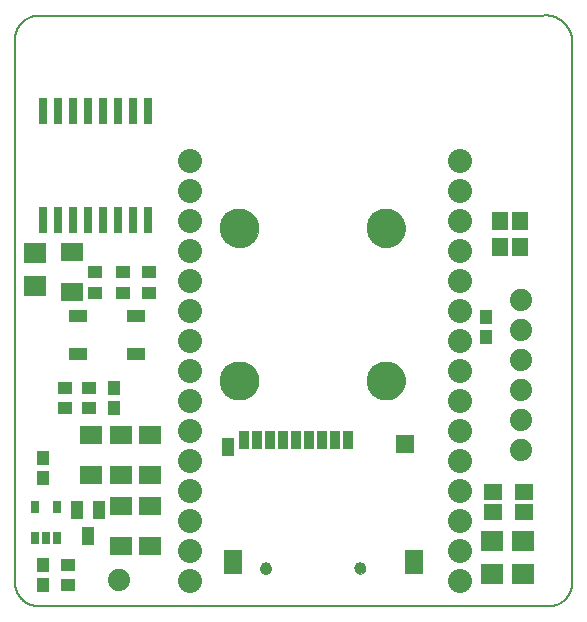
<source format=gts>
G75*
%MOIN*%
%OFA0B0*%
%FSLAX25Y25*%
%IPPOS*%
%LPD*%
%AMOC8*
5,1,8,0,0,1.08239X$1,22.5*
%
%ADD10C,0.00700*%
%ADD11C,0.00000*%
%ADD12C,0.12998*%
%ADD13R,0.06306X0.05518*%
%ADD14R,0.03400X0.06400*%
%ADD15R,0.04400X0.06400*%
%ADD16R,0.06400X0.08400*%
%ADD17R,0.06400X0.06400*%
%ADD18C,0.03900*%
%ADD19R,0.06306X0.04337*%
%ADD20R,0.05518X0.06306*%
%ADD21R,0.04731X0.04337*%
%ADD22C,0.08000*%
%ADD23R,0.07487X0.06699*%
%ADD24R,0.04337X0.04731*%
%ADD25R,0.03117X0.04298*%
%ADD26R,0.04337X0.05912*%
%ADD27R,0.07487X0.05912*%
%ADD28C,0.07400*%
%ADD29R,0.02762X0.09061*%
D10*
X0009830Y0018054D02*
X0179814Y0018054D01*
X0180004Y0018056D01*
X0180194Y0018063D01*
X0180384Y0018075D01*
X0180574Y0018091D01*
X0180763Y0018111D01*
X0180952Y0018137D01*
X0181140Y0018166D01*
X0181327Y0018201D01*
X0181513Y0018240D01*
X0181698Y0018283D01*
X0181883Y0018331D01*
X0182066Y0018383D01*
X0182247Y0018439D01*
X0182427Y0018500D01*
X0182606Y0018566D01*
X0182783Y0018635D01*
X0182959Y0018709D01*
X0183132Y0018787D01*
X0183304Y0018870D01*
X0183473Y0018956D01*
X0183641Y0019046D01*
X0183806Y0019141D01*
X0183969Y0019239D01*
X0184129Y0019342D01*
X0184287Y0019448D01*
X0184442Y0019558D01*
X0184595Y0019671D01*
X0184745Y0019789D01*
X0184891Y0019910D01*
X0185035Y0020034D01*
X0185176Y0020162D01*
X0185314Y0020293D01*
X0185449Y0020428D01*
X0185580Y0020566D01*
X0185708Y0020707D01*
X0185832Y0020851D01*
X0185953Y0020997D01*
X0186071Y0021147D01*
X0186184Y0021300D01*
X0186294Y0021455D01*
X0186400Y0021613D01*
X0186503Y0021773D01*
X0186601Y0021936D01*
X0186696Y0022101D01*
X0186786Y0022269D01*
X0186872Y0022438D01*
X0186955Y0022610D01*
X0187033Y0022783D01*
X0187107Y0022959D01*
X0187176Y0023136D01*
X0187242Y0023315D01*
X0187303Y0023495D01*
X0187359Y0023676D01*
X0187411Y0023859D01*
X0187459Y0024044D01*
X0187502Y0024229D01*
X0187541Y0024415D01*
X0187576Y0024602D01*
X0187605Y0024790D01*
X0187631Y0024979D01*
X0187651Y0025168D01*
X0187667Y0025358D01*
X0187679Y0025548D01*
X0187686Y0025738D01*
X0187688Y0025928D01*
X0187688Y0207030D01*
X0187662Y0207244D01*
X0187631Y0207457D01*
X0187594Y0207669D01*
X0187552Y0207881D01*
X0187505Y0208091D01*
X0187453Y0208300D01*
X0187396Y0208508D01*
X0187334Y0208714D01*
X0187267Y0208919D01*
X0187196Y0209122D01*
X0187119Y0209323D01*
X0187037Y0209522D01*
X0186951Y0209720D01*
X0186860Y0209915D01*
X0186764Y0210108D01*
X0186663Y0210298D01*
X0186558Y0210486D01*
X0186449Y0210672D01*
X0186335Y0210854D01*
X0186216Y0211034D01*
X0186094Y0211211D01*
X0185967Y0211385D01*
X0185836Y0211556D01*
X0185700Y0211724D01*
X0185561Y0211888D01*
X0185418Y0212049D01*
X0185271Y0212207D01*
X0185120Y0212360D01*
X0184966Y0212511D01*
X0184808Y0212657D01*
X0184646Y0212800D01*
X0184482Y0212938D01*
X0184313Y0213073D01*
X0184142Y0213203D01*
X0183968Y0213329D01*
X0183790Y0213451D01*
X0183610Y0213569D01*
X0183426Y0213682D01*
X0183241Y0213791D01*
X0183052Y0213896D01*
X0182861Y0213995D01*
X0182668Y0214090D01*
X0182472Y0214181D01*
X0182275Y0214266D01*
X0182075Y0214347D01*
X0181874Y0214423D01*
X0181670Y0214494D01*
X0181465Y0214560D01*
X0181259Y0214622D01*
X0181051Y0214678D01*
X0180842Y0214729D01*
X0180631Y0214775D01*
X0180420Y0214816D01*
X0180207Y0214852D01*
X0179994Y0214883D01*
X0179780Y0214908D01*
X0179566Y0214929D01*
X0179351Y0214944D01*
X0179136Y0214954D01*
X0178921Y0214959D01*
X0178705Y0214958D01*
X0178490Y0214953D01*
X0178275Y0214942D01*
X0178060Y0214926D01*
X0177846Y0214904D01*
X0177845Y0214904D02*
X0009830Y0214904D01*
X0009640Y0214902D01*
X0009450Y0214895D01*
X0009260Y0214883D01*
X0009070Y0214867D01*
X0008881Y0214847D01*
X0008692Y0214821D01*
X0008504Y0214792D01*
X0008317Y0214757D01*
X0008131Y0214718D01*
X0007946Y0214675D01*
X0007761Y0214627D01*
X0007578Y0214575D01*
X0007397Y0214519D01*
X0007217Y0214458D01*
X0007038Y0214392D01*
X0006861Y0214323D01*
X0006685Y0214249D01*
X0006512Y0214171D01*
X0006340Y0214088D01*
X0006171Y0214002D01*
X0006003Y0213912D01*
X0005838Y0213817D01*
X0005675Y0213719D01*
X0005515Y0213616D01*
X0005357Y0213510D01*
X0005202Y0213400D01*
X0005049Y0213287D01*
X0004899Y0213169D01*
X0004753Y0213048D01*
X0004609Y0212924D01*
X0004468Y0212796D01*
X0004330Y0212665D01*
X0004195Y0212530D01*
X0004064Y0212392D01*
X0003936Y0212251D01*
X0003812Y0212107D01*
X0003691Y0211961D01*
X0003573Y0211811D01*
X0003460Y0211658D01*
X0003350Y0211503D01*
X0003244Y0211345D01*
X0003141Y0211185D01*
X0003043Y0211022D01*
X0002948Y0210857D01*
X0002858Y0210689D01*
X0002772Y0210520D01*
X0002689Y0210348D01*
X0002611Y0210175D01*
X0002537Y0209999D01*
X0002468Y0209822D01*
X0002402Y0209643D01*
X0002341Y0209463D01*
X0002285Y0209282D01*
X0002233Y0209099D01*
X0002185Y0208914D01*
X0002142Y0208729D01*
X0002103Y0208543D01*
X0002068Y0208356D01*
X0002039Y0208168D01*
X0002013Y0207979D01*
X0001993Y0207790D01*
X0001977Y0207600D01*
X0001965Y0207410D01*
X0001958Y0207220D01*
X0001956Y0207030D01*
X0001956Y0025928D01*
X0001958Y0025738D01*
X0001965Y0025548D01*
X0001977Y0025358D01*
X0001993Y0025168D01*
X0002013Y0024979D01*
X0002039Y0024790D01*
X0002068Y0024602D01*
X0002103Y0024415D01*
X0002142Y0024229D01*
X0002185Y0024044D01*
X0002233Y0023859D01*
X0002285Y0023676D01*
X0002341Y0023495D01*
X0002402Y0023315D01*
X0002468Y0023136D01*
X0002537Y0022959D01*
X0002611Y0022783D01*
X0002689Y0022610D01*
X0002772Y0022438D01*
X0002858Y0022269D01*
X0002948Y0022101D01*
X0003043Y0021936D01*
X0003141Y0021773D01*
X0003244Y0021613D01*
X0003350Y0021455D01*
X0003460Y0021300D01*
X0003573Y0021147D01*
X0003691Y0020997D01*
X0003812Y0020851D01*
X0003936Y0020707D01*
X0004064Y0020566D01*
X0004195Y0020428D01*
X0004330Y0020293D01*
X0004468Y0020162D01*
X0004609Y0020034D01*
X0004753Y0019910D01*
X0004899Y0019789D01*
X0005049Y0019671D01*
X0005202Y0019558D01*
X0005357Y0019448D01*
X0005515Y0019342D01*
X0005675Y0019239D01*
X0005838Y0019141D01*
X0006003Y0019046D01*
X0006171Y0018956D01*
X0006340Y0018870D01*
X0006512Y0018787D01*
X0006685Y0018709D01*
X0006861Y0018635D01*
X0007038Y0018566D01*
X0007217Y0018500D01*
X0007397Y0018439D01*
X0007578Y0018383D01*
X0007761Y0018331D01*
X0007946Y0018283D01*
X0008131Y0018240D01*
X0008317Y0018201D01*
X0008504Y0018166D01*
X0008692Y0018137D01*
X0008881Y0018111D01*
X0009070Y0018091D01*
X0009260Y0018075D01*
X0009450Y0018063D01*
X0009640Y0018056D01*
X0009830Y0018054D01*
D11*
X0070460Y0093250D02*
X0070462Y0093408D01*
X0070468Y0093566D01*
X0070478Y0093724D01*
X0070492Y0093882D01*
X0070510Y0094039D01*
X0070531Y0094196D01*
X0070557Y0094352D01*
X0070587Y0094508D01*
X0070620Y0094663D01*
X0070658Y0094816D01*
X0070699Y0094969D01*
X0070744Y0095121D01*
X0070793Y0095272D01*
X0070846Y0095421D01*
X0070902Y0095569D01*
X0070962Y0095715D01*
X0071026Y0095860D01*
X0071094Y0096003D01*
X0071165Y0096145D01*
X0071239Y0096285D01*
X0071317Y0096422D01*
X0071399Y0096558D01*
X0071483Y0096692D01*
X0071572Y0096823D01*
X0071663Y0096952D01*
X0071758Y0097079D01*
X0071855Y0097204D01*
X0071956Y0097326D01*
X0072060Y0097445D01*
X0072167Y0097562D01*
X0072277Y0097676D01*
X0072390Y0097787D01*
X0072505Y0097896D01*
X0072623Y0098001D01*
X0072744Y0098103D01*
X0072867Y0098203D01*
X0072993Y0098299D01*
X0073121Y0098392D01*
X0073251Y0098482D01*
X0073384Y0098568D01*
X0073519Y0098652D01*
X0073655Y0098731D01*
X0073794Y0098808D01*
X0073935Y0098880D01*
X0074077Y0098950D01*
X0074221Y0099015D01*
X0074367Y0099077D01*
X0074514Y0099135D01*
X0074663Y0099190D01*
X0074813Y0099241D01*
X0074964Y0099288D01*
X0075116Y0099331D01*
X0075269Y0099370D01*
X0075424Y0099406D01*
X0075579Y0099437D01*
X0075735Y0099465D01*
X0075891Y0099489D01*
X0076048Y0099509D01*
X0076206Y0099525D01*
X0076363Y0099537D01*
X0076522Y0099545D01*
X0076680Y0099549D01*
X0076838Y0099549D01*
X0076996Y0099545D01*
X0077155Y0099537D01*
X0077312Y0099525D01*
X0077470Y0099509D01*
X0077627Y0099489D01*
X0077783Y0099465D01*
X0077939Y0099437D01*
X0078094Y0099406D01*
X0078249Y0099370D01*
X0078402Y0099331D01*
X0078554Y0099288D01*
X0078705Y0099241D01*
X0078855Y0099190D01*
X0079004Y0099135D01*
X0079151Y0099077D01*
X0079297Y0099015D01*
X0079441Y0098950D01*
X0079583Y0098880D01*
X0079724Y0098808D01*
X0079863Y0098731D01*
X0079999Y0098652D01*
X0080134Y0098568D01*
X0080267Y0098482D01*
X0080397Y0098392D01*
X0080525Y0098299D01*
X0080651Y0098203D01*
X0080774Y0098103D01*
X0080895Y0098001D01*
X0081013Y0097896D01*
X0081128Y0097787D01*
X0081241Y0097676D01*
X0081351Y0097562D01*
X0081458Y0097445D01*
X0081562Y0097326D01*
X0081663Y0097204D01*
X0081760Y0097079D01*
X0081855Y0096952D01*
X0081946Y0096823D01*
X0082035Y0096692D01*
X0082119Y0096558D01*
X0082201Y0096422D01*
X0082279Y0096285D01*
X0082353Y0096145D01*
X0082424Y0096003D01*
X0082492Y0095860D01*
X0082556Y0095715D01*
X0082616Y0095569D01*
X0082672Y0095421D01*
X0082725Y0095272D01*
X0082774Y0095121D01*
X0082819Y0094969D01*
X0082860Y0094816D01*
X0082898Y0094663D01*
X0082931Y0094508D01*
X0082961Y0094352D01*
X0082987Y0094196D01*
X0083008Y0094039D01*
X0083026Y0093882D01*
X0083040Y0093724D01*
X0083050Y0093566D01*
X0083056Y0093408D01*
X0083058Y0093250D01*
X0083056Y0093092D01*
X0083050Y0092934D01*
X0083040Y0092776D01*
X0083026Y0092618D01*
X0083008Y0092461D01*
X0082987Y0092304D01*
X0082961Y0092148D01*
X0082931Y0091992D01*
X0082898Y0091837D01*
X0082860Y0091684D01*
X0082819Y0091531D01*
X0082774Y0091379D01*
X0082725Y0091228D01*
X0082672Y0091079D01*
X0082616Y0090931D01*
X0082556Y0090785D01*
X0082492Y0090640D01*
X0082424Y0090497D01*
X0082353Y0090355D01*
X0082279Y0090215D01*
X0082201Y0090078D01*
X0082119Y0089942D01*
X0082035Y0089808D01*
X0081946Y0089677D01*
X0081855Y0089548D01*
X0081760Y0089421D01*
X0081663Y0089296D01*
X0081562Y0089174D01*
X0081458Y0089055D01*
X0081351Y0088938D01*
X0081241Y0088824D01*
X0081128Y0088713D01*
X0081013Y0088604D01*
X0080895Y0088499D01*
X0080774Y0088397D01*
X0080651Y0088297D01*
X0080525Y0088201D01*
X0080397Y0088108D01*
X0080267Y0088018D01*
X0080134Y0087932D01*
X0079999Y0087848D01*
X0079863Y0087769D01*
X0079724Y0087692D01*
X0079583Y0087620D01*
X0079441Y0087550D01*
X0079297Y0087485D01*
X0079151Y0087423D01*
X0079004Y0087365D01*
X0078855Y0087310D01*
X0078705Y0087259D01*
X0078554Y0087212D01*
X0078402Y0087169D01*
X0078249Y0087130D01*
X0078094Y0087094D01*
X0077939Y0087063D01*
X0077783Y0087035D01*
X0077627Y0087011D01*
X0077470Y0086991D01*
X0077312Y0086975D01*
X0077155Y0086963D01*
X0076996Y0086955D01*
X0076838Y0086951D01*
X0076680Y0086951D01*
X0076522Y0086955D01*
X0076363Y0086963D01*
X0076206Y0086975D01*
X0076048Y0086991D01*
X0075891Y0087011D01*
X0075735Y0087035D01*
X0075579Y0087063D01*
X0075424Y0087094D01*
X0075269Y0087130D01*
X0075116Y0087169D01*
X0074964Y0087212D01*
X0074813Y0087259D01*
X0074663Y0087310D01*
X0074514Y0087365D01*
X0074367Y0087423D01*
X0074221Y0087485D01*
X0074077Y0087550D01*
X0073935Y0087620D01*
X0073794Y0087692D01*
X0073655Y0087769D01*
X0073519Y0087848D01*
X0073384Y0087932D01*
X0073251Y0088018D01*
X0073121Y0088108D01*
X0072993Y0088201D01*
X0072867Y0088297D01*
X0072744Y0088397D01*
X0072623Y0088499D01*
X0072505Y0088604D01*
X0072390Y0088713D01*
X0072277Y0088824D01*
X0072167Y0088938D01*
X0072060Y0089055D01*
X0071956Y0089174D01*
X0071855Y0089296D01*
X0071758Y0089421D01*
X0071663Y0089548D01*
X0071572Y0089677D01*
X0071483Y0089808D01*
X0071399Y0089942D01*
X0071317Y0090078D01*
X0071239Y0090215D01*
X0071165Y0090355D01*
X0071094Y0090497D01*
X0071026Y0090640D01*
X0070962Y0090785D01*
X0070902Y0090931D01*
X0070846Y0091079D01*
X0070793Y0091228D01*
X0070744Y0091379D01*
X0070699Y0091531D01*
X0070658Y0091684D01*
X0070620Y0091837D01*
X0070587Y0091992D01*
X0070557Y0092148D01*
X0070531Y0092304D01*
X0070510Y0092461D01*
X0070492Y0092618D01*
X0070478Y0092776D01*
X0070468Y0092934D01*
X0070462Y0093092D01*
X0070460Y0093250D01*
X0070460Y0144038D02*
X0070462Y0144196D01*
X0070468Y0144354D01*
X0070478Y0144512D01*
X0070492Y0144670D01*
X0070510Y0144827D01*
X0070531Y0144984D01*
X0070557Y0145140D01*
X0070587Y0145296D01*
X0070620Y0145451D01*
X0070658Y0145604D01*
X0070699Y0145757D01*
X0070744Y0145909D01*
X0070793Y0146060D01*
X0070846Y0146209D01*
X0070902Y0146357D01*
X0070962Y0146503D01*
X0071026Y0146648D01*
X0071094Y0146791D01*
X0071165Y0146933D01*
X0071239Y0147073D01*
X0071317Y0147210D01*
X0071399Y0147346D01*
X0071483Y0147480D01*
X0071572Y0147611D01*
X0071663Y0147740D01*
X0071758Y0147867D01*
X0071855Y0147992D01*
X0071956Y0148114D01*
X0072060Y0148233D01*
X0072167Y0148350D01*
X0072277Y0148464D01*
X0072390Y0148575D01*
X0072505Y0148684D01*
X0072623Y0148789D01*
X0072744Y0148891D01*
X0072867Y0148991D01*
X0072993Y0149087D01*
X0073121Y0149180D01*
X0073251Y0149270D01*
X0073384Y0149356D01*
X0073519Y0149440D01*
X0073655Y0149519D01*
X0073794Y0149596D01*
X0073935Y0149668D01*
X0074077Y0149738D01*
X0074221Y0149803D01*
X0074367Y0149865D01*
X0074514Y0149923D01*
X0074663Y0149978D01*
X0074813Y0150029D01*
X0074964Y0150076D01*
X0075116Y0150119D01*
X0075269Y0150158D01*
X0075424Y0150194D01*
X0075579Y0150225D01*
X0075735Y0150253D01*
X0075891Y0150277D01*
X0076048Y0150297D01*
X0076206Y0150313D01*
X0076363Y0150325D01*
X0076522Y0150333D01*
X0076680Y0150337D01*
X0076838Y0150337D01*
X0076996Y0150333D01*
X0077155Y0150325D01*
X0077312Y0150313D01*
X0077470Y0150297D01*
X0077627Y0150277D01*
X0077783Y0150253D01*
X0077939Y0150225D01*
X0078094Y0150194D01*
X0078249Y0150158D01*
X0078402Y0150119D01*
X0078554Y0150076D01*
X0078705Y0150029D01*
X0078855Y0149978D01*
X0079004Y0149923D01*
X0079151Y0149865D01*
X0079297Y0149803D01*
X0079441Y0149738D01*
X0079583Y0149668D01*
X0079724Y0149596D01*
X0079863Y0149519D01*
X0079999Y0149440D01*
X0080134Y0149356D01*
X0080267Y0149270D01*
X0080397Y0149180D01*
X0080525Y0149087D01*
X0080651Y0148991D01*
X0080774Y0148891D01*
X0080895Y0148789D01*
X0081013Y0148684D01*
X0081128Y0148575D01*
X0081241Y0148464D01*
X0081351Y0148350D01*
X0081458Y0148233D01*
X0081562Y0148114D01*
X0081663Y0147992D01*
X0081760Y0147867D01*
X0081855Y0147740D01*
X0081946Y0147611D01*
X0082035Y0147480D01*
X0082119Y0147346D01*
X0082201Y0147210D01*
X0082279Y0147073D01*
X0082353Y0146933D01*
X0082424Y0146791D01*
X0082492Y0146648D01*
X0082556Y0146503D01*
X0082616Y0146357D01*
X0082672Y0146209D01*
X0082725Y0146060D01*
X0082774Y0145909D01*
X0082819Y0145757D01*
X0082860Y0145604D01*
X0082898Y0145451D01*
X0082931Y0145296D01*
X0082961Y0145140D01*
X0082987Y0144984D01*
X0083008Y0144827D01*
X0083026Y0144670D01*
X0083040Y0144512D01*
X0083050Y0144354D01*
X0083056Y0144196D01*
X0083058Y0144038D01*
X0083056Y0143880D01*
X0083050Y0143722D01*
X0083040Y0143564D01*
X0083026Y0143406D01*
X0083008Y0143249D01*
X0082987Y0143092D01*
X0082961Y0142936D01*
X0082931Y0142780D01*
X0082898Y0142625D01*
X0082860Y0142472D01*
X0082819Y0142319D01*
X0082774Y0142167D01*
X0082725Y0142016D01*
X0082672Y0141867D01*
X0082616Y0141719D01*
X0082556Y0141573D01*
X0082492Y0141428D01*
X0082424Y0141285D01*
X0082353Y0141143D01*
X0082279Y0141003D01*
X0082201Y0140866D01*
X0082119Y0140730D01*
X0082035Y0140596D01*
X0081946Y0140465D01*
X0081855Y0140336D01*
X0081760Y0140209D01*
X0081663Y0140084D01*
X0081562Y0139962D01*
X0081458Y0139843D01*
X0081351Y0139726D01*
X0081241Y0139612D01*
X0081128Y0139501D01*
X0081013Y0139392D01*
X0080895Y0139287D01*
X0080774Y0139185D01*
X0080651Y0139085D01*
X0080525Y0138989D01*
X0080397Y0138896D01*
X0080267Y0138806D01*
X0080134Y0138720D01*
X0079999Y0138636D01*
X0079863Y0138557D01*
X0079724Y0138480D01*
X0079583Y0138408D01*
X0079441Y0138338D01*
X0079297Y0138273D01*
X0079151Y0138211D01*
X0079004Y0138153D01*
X0078855Y0138098D01*
X0078705Y0138047D01*
X0078554Y0138000D01*
X0078402Y0137957D01*
X0078249Y0137918D01*
X0078094Y0137882D01*
X0077939Y0137851D01*
X0077783Y0137823D01*
X0077627Y0137799D01*
X0077470Y0137779D01*
X0077312Y0137763D01*
X0077155Y0137751D01*
X0076996Y0137743D01*
X0076838Y0137739D01*
X0076680Y0137739D01*
X0076522Y0137743D01*
X0076363Y0137751D01*
X0076206Y0137763D01*
X0076048Y0137779D01*
X0075891Y0137799D01*
X0075735Y0137823D01*
X0075579Y0137851D01*
X0075424Y0137882D01*
X0075269Y0137918D01*
X0075116Y0137957D01*
X0074964Y0138000D01*
X0074813Y0138047D01*
X0074663Y0138098D01*
X0074514Y0138153D01*
X0074367Y0138211D01*
X0074221Y0138273D01*
X0074077Y0138338D01*
X0073935Y0138408D01*
X0073794Y0138480D01*
X0073655Y0138557D01*
X0073519Y0138636D01*
X0073384Y0138720D01*
X0073251Y0138806D01*
X0073121Y0138896D01*
X0072993Y0138989D01*
X0072867Y0139085D01*
X0072744Y0139185D01*
X0072623Y0139287D01*
X0072505Y0139392D01*
X0072390Y0139501D01*
X0072277Y0139612D01*
X0072167Y0139726D01*
X0072060Y0139843D01*
X0071956Y0139962D01*
X0071855Y0140084D01*
X0071758Y0140209D01*
X0071663Y0140336D01*
X0071572Y0140465D01*
X0071483Y0140596D01*
X0071399Y0140730D01*
X0071317Y0140866D01*
X0071239Y0141003D01*
X0071165Y0141143D01*
X0071094Y0141285D01*
X0071026Y0141428D01*
X0070962Y0141573D01*
X0070902Y0141719D01*
X0070846Y0141867D01*
X0070793Y0142016D01*
X0070744Y0142167D01*
X0070699Y0142319D01*
X0070658Y0142472D01*
X0070620Y0142625D01*
X0070587Y0142780D01*
X0070557Y0142936D01*
X0070531Y0143092D01*
X0070510Y0143249D01*
X0070492Y0143406D01*
X0070478Y0143564D01*
X0070468Y0143722D01*
X0070462Y0143880D01*
X0070460Y0144038D01*
X0119279Y0144038D02*
X0119281Y0144196D01*
X0119287Y0144354D01*
X0119297Y0144512D01*
X0119311Y0144670D01*
X0119329Y0144827D01*
X0119350Y0144984D01*
X0119376Y0145140D01*
X0119406Y0145296D01*
X0119439Y0145451D01*
X0119477Y0145604D01*
X0119518Y0145757D01*
X0119563Y0145909D01*
X0119612Y0146060D01*
X0119665Y0146209D01*
X0119721Y0146357D01*
X0119781Y0146503D01*
X0119845Y0146648D01*
X0119913Y0146791D01*
X0119984Y0146933D01*
X0120058Y0147073D01*
X0120136Y0147210D01*
X0120218Y0147346D01*
X0120302Y0147480D01*
X0120391Y0147611D01*
X0120482Y0147740D01*
X0120577Y0147867D01*
X0120674Y0147992D01*
X0120775Y0148114D01*
X0120879Y0148233D01*
X0120986Y0148350D01*
X0121096Y0148464D01*
X0121209Y0148575D01*
X0121324Y0148684D01*
X0121442Y0148789D01*
X0121563Y0148891D01*
X0121686Y0148991D01*
X0121812Y0149087D01*
X0121940Y0149180D01*
X0122070Y0149270D01*
X0122203Y0149356D01*
X0122338Y0149440D01*
X0122474Y0149519D01*
X0122613Y0149596D01*
X0122754Y0149668D01*
X0122896Y0149738D01*
X0123040Y0149803D01*
X0123186Y0149865D01*
X0123333Y0149923D01*
X0123482Y0149978D01*
X0123632Y0150029D01*
X0123783Y0150076D01*
X0123935Y0150119D01*
X0124088Y0150158D01*
X0124243Y0150194D01*
X0124398Y0150225D01*
X0124554Y0150253D01*
X0124710Y0150277D01*
X0124867Y0150297D01*
X0125025Y0150313D01*
X0125182Y0150325D01*
X0125341Y0150333D01*
X0125499Y0150337D01*
X0125657Y0150337D01*
X0125815Y0150333D01*
X0125974Y0150325D01*
X0126131Y0150313D01*
X0126289Y0150297D01*
X0126446Y0150277D01*
X0126602Y0150253D01*
X0126758Y0150225D01*
X0126913Y0150194D01*
X0127068Y0150158D01*
X0127221Y0150119D01*
X0127373Y0150076D01*
X0127524Y0150029D01*
X0127674Y0149978D01*
X0127823Y0149923D01*
X0127970Y0149865D01*
X0128116Y0149803D01*
X0128260Y0149738D01*
X0128402Y0149668D01*
X0128543Y0149596D01*
X0128682Y0149519D01*
X0128818Y0149440D01*
X0128953Y0149356D01*
X0129086Y0149270D01*
X0129216Y0149180D01*
X0129344Y0149087D01*
X0129470Y0148991D01*
X0129593Y0148891D01*
X0129714Y0148789D01*
X0129832Y0148684D01*
X0129947Y0148575D01*
X0130060Y0148464D01*
X0130170Y0148350D01*
X0130277Y0148233D01*
X0130381Y0148114D01*
X0130482Y0147992D01*
X0130579Y0147867D01*
X0130674Y0147740D01*
X0130765Y0147611D01*
X0130854Y0147480D01*
X0130938Y0147346D01*
X0131020Y0147210D01*
X0131098Y0147073D01*
X0131172Y0146933D01*
X0131243Y0146791D01*
X0131311Y0146648D01*
X0131375Y0146503D01*
X0131435Y0146357D01*
X0131491Y0146209D01*
X0131544Y0146060D01*
X0131593Y0145909D01*
X0131638Y0145757D01*
X0131679Y0145604D01*
X0131717Y0145451D01*
X0131750Y0145296D01*
X0131780Y0145140D01*
X0131806Y0144984D01*
X0131827Y0144827D01*
X0131845Y0144670D01*
X0131859Y0144512D01*
X0131869Y0144354D01*
X0131875Y0144196D01*
X0131877Y0144038D01*
X0131875Y0143880D01*
X0131869Y0143722D01*
X0131859Y0143564D01*
X0131845Y0143406D01*
X0131827Y0143249D01*
X0131806Y0143092D01*
X0131780Y0142936D01*
X0131750Y0142780D01*
X0131717Y0142625D01*
X0131679Y0142472D01*
X0131638Y0142319D01*
X0131593Y0142167D01*
X0131544Y0142016D01*
X0131491Y0141867D01*
X0131435Y0141719D01*
X0131375Y0141573D01*
X0131311Y0141428D01*
X0131243Y0141285D01*
X0131172Y0141143D01*
X0131098Y0141003D01*
X0131020Y0140866D01*
X0130938Y0140730D01*
X0130854Y0140596D01*
X0130765Y0140465D01*
X0130674Y0140336D01*
X0130579Y0140209D01*
X0130482Y0140084D01*
X0130381Y0139962D01*
X0130277Y0139843D01*
X0130170Y0139726D01*
X0130060Y0139612D01*
X0129947Y0139501D01*
X0129832Y0139392D01*
X0129714Y0139287D01*
X0129593Y0139185D01*
X0129470Y0139085D01*
X0129344Y0138989D01*
X0129216Y0138896D01*
X0129086Y0138806D01*
X0128953Y0138720D01*
X0128818Y0138636D01*
X0128682Y0138557D01*
X0128543Y0138480D01*
X0128402Y0138408D01*
X0128260Y0138338D01*
X0128116Y0138273D01*
X0127970Y0138211D01*
X0127823Y0138153D01*
X0127674Y0138098D01*
X0127524Y0138047D01*
X0127373Y0138000D01*
X0127221Y0137957D01*
X0127068Y0137918D01*
X0126913Y0137882D01*
X0126758Y0137851D01*
X0126602Y0137823D01*
X0126446Y0137799D01*
X0126289Y0137779D01*
X0126131Y0137763D01*
X0125974Y0137751D01*
X0125815Y0137743D01*
X0125657Y0137739D01*
X0125499Y0137739D01*
X0125341Y0137743D01*
X0125182Y0137751D01*
X0125025Y0137763D01*
X0124867Y0137779D01*
X0124710Y0137799D01*
X0124554Y0137823D01*
X0124398Y0137851D01*
X0124243Y0137882D01*
X0124088Y0137918D01*
X0123935Y0137957D01*
X0123783Y0138000D01*
X0123632Y0138047D01*
X0123482Y0138098D01*
X0123333Y0138153D01*
X0123186Y0138211D01*
X0123040Y0138273D01*
X0122896Y0138338D01*
X0122754Y0138408D01*
X0122613Y0138480D01*
X0122474Y0138557D01*
X0122338Y0138636D01*
X0122203Y0138720D01*
X0122070Y0138806D01*
X0121940Y0138896D01*
X0121812Y0138989D01*
X0121686Y0139085D01*
X0121563Y0139185D01*
X0121442Y0139287D01*
X0121324Y0139392D01*
X0121209Y0139501D01*
X0121096Y0139612D01*
X0120986Y0139726D01*
X0120879Y0139843D01*
X0120775Y0139962D01*
X0120674Y0140084D01*
X0120577Y0140209D01*
X0120482Y0140336D01*
X0120391Y0140465D01*
X0120302Y0140596D01*
X0120218Y0140730D01*
X0120136Y0140866D01*
X0120058Y0141003D01*
X0119984Y0141143D01*
X0119913Y0141285D01*
X0119845Y0141428D01*
X0119781Y0141573D01*
X0119721Y0141719D01*
X0119665Y0141867D01*
X0119612Y0142016D01*
X0119563Y0142167D01*
X0119518Y0142319D01*
X0119477Y0142472D01*
X0119439Y0142625D01*
X0119406Y0142780D01*
X0119376Y0142936D01*
X0119350Y0143092D01*
X0119329Y0143249D01*
X0119311Y0143406D01*
X0119297Y0143564D01*
X0119287Y0143722D01*
X0119281Y0143880D01*
X0119279Y0144038D01*
X0119279Y0093250D02*
X0119281Y0093408D01*
X0119287Y0093566D01*
X0119297Y0093724D01*
X0119311Y0093882D01*
X0119329Y0094039D01*
X0119350Y0094196D01*
X0119376Y0094352D01*
X0119406Y0094508D01*
X0119439Y0094663D01*
X0119477Y0094816D01*
X0119518Y0094969D01*
X0119563Y0095121D01*
X0119612Y0095272D01*
X0119665Y0095421D01*
X0119721Y0095569D01*
X0119781Y0095715D01*
X0119845Y0095860D01*
X0119913Y0096003D01*
X0119984Y0096145D01*
X0120058Y0096285D01*
X0120136Y0096422D01*
X0120218Y0096558D01*
X0120302Y0096692D01*
X0120391Y0096823D01*
X0120482Y0096952D01*
X0120577Y0097079D01*
X0120674Y0097204D01*
X0120775Y0097326D01*
X0120879Y0097445D01*
X0120986Y0097562D01*
X0121096Y0097676D01*
X0121209Y0097787D01*
X0121324Y0097896D01*
X0121442Y0098001D01*
X0121563Y0098103D01*
X0121686Y0098203D01*
X0121812Y0098299D01*
X0121940Y0098392D01*
X0122070Y0098482D01*
X0122203Y0098568D01*
X0122338Y0098652D01*
X0122474Y0098731D01*
X0122613Y0098808D01*
X0122754Y0098880D01*
X0122896Y0098950D01*
X0123040Y0099015D01*
X0123186Y0099077D01*
X0123333Y0099135D01*
X0123482Y0099190D01*
X0123632Y0099241D01*
X0123783Y0099288D01*
X0123935Y0099331D01*
X0124088Y0099370D01*
X0124243Y0099406D01*
X0124398Y0099437D01*
X0124554Y0099465D01*
X0124710Y0099489D01*
X0124867Y0099509D01*
X0125025Y0099525D01*
X0125182Y0099537D01*
X0125341Y0099545D01*
X0125499Y0099549D01*
X0125657Y0099549D01*
X0125815Y0099545D01*
X0125974Y0099537D01*
X0126131Y0099525D01*
X0126289Y0099509D01*
X0126446Y0099489D01*
X0126602Y0099465D01*
X0126758Y0099437D01*
X0126913Y0099406D01*
X0127068Y0099370D01*
X0127221Y0099331D01*
X0127373Y0099288D01*
X0127524Y0099241D01*
X0127674Y0099190D01*
X0127823Y0099135D01*
X0127970Y0099077D01*
X0128116Y0099015D01*
X0128260Y0098950D01*
X0128402Y0098880D01*
X0128543Y0098808D01*
X0128682Y0098731D01*
X0128818Y0098652D01*
X0128953Y0098568D01*
X0129086Y0098482D01*
X0129216Y0098392D01*
X0129344Y0098299D01*
X0129470Y0098203D01*
X0129593Y0098103D01*
X0129714Y0098001D01*
X0129832Y0097896D01*
X0129947Y0097787D01*
X0130060Y0097676D01*
X0130170Y0097562D01*
X0130277Y0097445D01*
X0130381Y0097326D01*
X0130482Y0097204D01*
X0130579Y0097079D01*
X0130674Y0096952D01*
X0130765Y0096823D01*
X0130854Y0096692D01*
X0130938Y0096558D01*
X0131020Y0096422D01*
X0131098Y0096285D01*
X0131172Y0096145D01*
X0131243Y0096003D01*
X0131311Y0095860D01*
X0131375Y0095715D01*
X0131435Y0095569D01*
X0131491Y0095421D01*
X0131544Y0095272D01*
X0131593Y0095121D01*
X0131638Y0094969D01*
X0131679Y0094816D01*
X0131717Y0094663D01*
X0131750Y0094508D01*
X0131780Y0094352D01*
X0131806Y0094196D01*
X0131827Y0094039D01*
X0131845Y0093882D01*
X0131859Y0093724D01*
X0131869Y0093566D01*
X0131875Y0093408D01*
X0131877Y0093250D01*
X0131875Y0093092D01*
X0131869Y0092934D01*
X0131859Y0092776D01*
X0131845Y0092618D01*
X0131827Y0092461D01*
X0131806Y0092304D01*
X0131780Y0092148D01*
X0131750Y0091992D01*
X0131717Y0091837D01*
X0131679Y0091684D01*
X0131638Y0091531D01*
X0131593Y0091379D01*
X0131544Y0091228D01*
X0131491Y0091079D01*
X0131435Y0090931D01*
X0131375Y0090785D01*
X0131311Y0090640D01*
X0131243Y0090497D01*
X0131172Y0090355D01*
X0131098Y0090215D01*
X0131020Y0090078D01*
X0130938Y0089942D01*
X0130854Y0089808D01*
X0130765Y0089677D01*
X0130674Y0089548D01*
X0130579Y0089421D01*
X0130482Y0089296D01*
X0130381Y0089174D01*
X0130277Y0089055D01*
X0130170Y0088938D01*
X0130060Y0088824D01*
X0129947Y0088713D01*
X0129832Y0088604D01*
X0129714Y0088499D01*
X0129593Y0088397D01*
X0129470Y0088297D01*
X0129344Y0088201D01*
X0129216Y0088108D01*
X0129086Y0088018D01*
X0128953Y0087932D01*
X0128818Y0087848D01*
X0128682Y0087769D01*
X0128543Y0087692D01*
X0128402Y0087620D01*
X0128260Y0087550D01*
X0128116Y0087485D01*
X0127970Y0087423D01*
X0127823Y0087365D01*
X0127674Y0087310D01*
X0127524Y0087259D01*
X0127373Y0087212D01*
X0127221Y0087169D01*
X0127068Y0087130D01*
X0126913Y0087094D01*
X0126758Y0087063D01*
X0126602Y0087035D01*
X0126446Y0087011D01*
X0126289Y0086991D01*
X0126131Y0086975D01*
X0125974Y0086963D01*
X0125815Y0086955D01*
X0125657Y0086951D01*
X0125499Y0086951D01*
X0125341Y0086955D01*
X0125182Y0086963D01*
X0125025Y0086975D01*
X0124867Y0086991D01*
X0124710Y0087011D01*
X0124554Y0087035D01*
X0124398Y0087063D01*
X0124243Y0087094D01*
X0124088Y0087130D01*
X0123935Y0087169D01*
X0123783Y0087212D01*
X0123632Y0087259D01*
X0123482Y0087310D01*
X0123333Y0087365D01*
X0123186Y0087423D01*
X0123040Y0087485D01*
X0122896Y0087550D01*
X0122754Y0087620D01*
X0122613Y0087692D01*
X0122474Y0087769D01*
X0122338Y0087848D01*
X0122203Y0087932D01*
X0122070Y0088018D01*
X0121940Y0088108D01*
X0121812Y0088201D01*
X0121686Y0088297D01*
X0121563Y0088397D01*
X0121442Y0088499D01*
X0121324Y0088604D01*
X0121209Y0088713D01*
X0121096Y0088824D01*
X0120986Y0088938D01*
X0120879Y0089055D01*
X0120775Y0089174D01*
X0120674Y0089296D01*
X0120577Y0089421D01*
X0120482Y0089548D01*
X0120391Y0089677D01*
X0120302Y0089808D01*
X0120218Y0089942D01*
X0120136Y0090078D01*
X0120058Y0090215D01*
X0119984Y0090355D01*
X0119913Y0090497D01*
X0119845Y0090640D01*
X0119781Y0090785D01*
X0119721Y0090931D01*
X0119665Y0091079D01*
X0119612Y0091228D01*
X0119563Y0091379D01*
X0119518Y0091531D01*
X0119477Y0091684D01*
X0119439Y0091837D01*
X0119406Y0091992D01*
X0119376Y0092148D01*
X0119350Y0092304D01*
X0119329Y0092461D01*
X0119311Y0092618D01*
X0119297Y0092776D01*
X0119287Y0092934D01*
X0119281Y0093092D01*
X0119279Y0093250D01*
X0115221Y0030624D02*
X0115223Y0030707D01*
X0115229Y0030790D01*
X0115239Y0030873D01*
X0115253Y0030955D01*
X0115270Y0031037D01*
X0115292Y0031117D01*
X0115317Y0031196D01*
X0115346Y0031274D01*
X0115379Y0031351D01*
X0115416Y0031426D01*
X0115455Y0031499D01*
X0115499Y0031570D01*
X0115545Y0031639D01*
X0115595Y0031706D01*
X0115648Y0031770D01*
X0115704Y0031832D01*
X0115763Y0031891D01*
X0115825Y0031947D01*
X0115889Y0032000D01*
X0115956Y0032050D01*
X0116025Y0032096D01*
X0116096Y0032140D01*
X0116169Y0032179D01*
X0116244Y0032216D01*
X0116321Y0032249D01*
X0116399Y0032278D01*
X0116478Y0032303D01*
X0116558Y0032325D01*
X0116640Y0032342D01*
X0116722Y0032356D01*
X0116805Y0032366D01*
X0116888Y0032372D01*
X0116971Y0032374D01*
X0117054Y0032372D01*
X0117137Y0032366D01*
X0117220Y0032356D01*
X0117302Y0032342D01*
X0117384Y0032325D01*
X0117464Y0032303D01*
X0117543Y0032278D01*
X0117621Y0032249D01*
X0117698Y0032216D01*
X0117773Y0032179D01*
X0117846Y0032140D01*
X0117917Y0032096D01*
X0117986Y0032050D01*
X0118053Y0032000D01*
X0118117Y0031947D01*
X0118179Y0031891D01*
X0118238Y0031832D01*
X0118294Y0031770D01*
X0118347Y0031706D01*
X0118397Y0031639D01*
X0118443Y0031570D01*
X0118487Y0031499D01*
X0118526Y0031426D01*
X0118563Y0031351D01*
X0118596Y0031274D01*
X0118625Y0031196D01*
X0118650Y0031117D01*
X0118672Y0031037D01*
X0118689Y0030955D01*
X0118703Y0030873D01*
X0118713Y0030790D01*
X0118719Y0030707D01*
X0118721Y0030624D01*
X0118719Y0030541D01*
X0118713Y0030458D01*
X0118703Y0030375D01*
X0118689Y0030293D01*
X0118672Y0030211D01*
X0118650Y0030131D01*
X0118625Y0030052D01*
X0118596Y0029974D01*
X0118563Y0029897D01*
X0118526Y0029822D01*
X0118487Y0029749D01*
X0118443Y0029678D01*
X0118397Y0029609D01*
X0118347Y0029542D01*
X0118294Y0029478D01*
X0118238Y0029416D01*
X0118179Y0029357D01*
X0118117Y0029301D01*
X0118053Y0029248D01*
X0117986Y0029198D01*
X0117917Y0029152D01*
X0117846Y0029108D01*
X0117773Y0029069D01*
X0117698Y0029032D01*
X0117621Y0028999D01*
X0117543Y0028970D01*
X0117464Y0028945D01*
X0117384Y0028923D01*
X0117302Y0028906D01*
X0117220Y0028892D01*
X0117137Y0028882D01*
X0117054Y0028876D01*
X0116971Y0028874D01*
X0116888Y0028876D01*
X0116805Y0028882D01*
X0116722Y0028892D01*
X0116640Y0028906D01*
X0116558Y0028923D01*
X0116478Y0028945D01*
X0116399Y0028970D01*
X0116321Y0028999D01*
X0116244Y0029032D01*
X0116169Y0029069D01*
X0116096Y0029108D01*
X0116025Y0029152D01*
X0115956Y0029198D01*
X0115889Y0029248D01*
X0115825Y0029301D01*
X0115763Y0029357D01*
X0115704Y0029416D01*
X0115648Y0029478D01*
X0115595Y0029542D01*
X0115545Y0029609D01*
X0115499Y0029678D01*
X0115455Y0029749D01*
X0115416Y0029822D01*
X0115379Y0029897D01*
X0115346Y0029974D01*
X0115317Y0030052D01*
X0115292Y0030131D01*
X0115270Y0030211D01*
X0115253Y0030293D01*
X0115239Y0030375D01*
X0115229Y0030458D01*
X0115223Y0030541D01*
X0115221Y0030624D01*
X0083725Y0030624D02*
X0083727Y0030707D01*
X0083733Y0030790D01*
X0083743Y0030873D01*
X0083757Y0030955D01*
X0083774Y0031037D01*
X0083796Y0031117D01*
X0083821Y0031196D01*
X0083850Y0031274D01*
X0083883Y0031351D01*
X0083920Y0031426D01*
X0083959Y0031499D01*
X0084003Y0031570D01*
X0084049Y0031639D01*
X0084099Y0031706D01*
X0084152Y0031770D01*
X0084208Y0031832D01*
X0084267Y0031891D01*
X0084329Y0031947D01*
X0084393Y0032000D01*
X0084460Y0032050D01*
X0084529Y0032096D01*
X0084600Y0032140D01*
X0084673Y0032179D01*
X0084748Y0032216D01*
X0084825Y0032249D01*
X0084903Y0032278D01*
X0084982Y0032303D01*
X0085062Y0032325D01*
X0085144Y0032342D01*
X0085226Y0032356D01*
X0085309Y0032366D01*
X0085392Y0032372D01*
X0085475Y0032374D01*
X0085558Y0032372D01*
X0085641Y0032366D01*
X0085724Y0032356D01*
X0085806Y0032342D01*
X0085888Y0032325D01*
X0085968Y0032303D01*
X0086047Y0032278D01*
X0086125Y0032249D01*
X0086202Y0032216D01*
X0086277Y0032179D01*
X0086350Y0032140D01*
X0086421Y0032096D01*
X0086490Y0032050D01*
X0086557Y0032000D01*
X0086621Y0031947D01*
X0086683Y0031891D01*
X0086742Y0031832D01*
X0086798Y0031770D01*
X0086851Y0031706D01*
X0086901Y0031639D01*
X0086947Y0031570D01*
X0086991Y0031499D01*
X0087030Y0031426D01*
X0087067Y0031351D01*
X0087100Y0031274D01*
X0087129Y0031196D01*
X0087154Y0031117D01*
X0087176Y0031037D01*
X0087193Y0030955D01*
X0087207Y0030873D01*
X0087217Y0030790D01*
X0087223Y0030707D01*
X0087225Y0030624D01*
X0087223Y0030541D01*
X0087217Y0030458D01*
X0087207Y0030375D01*
X0087193Y0030293D01*
X0087176Y0030211D01*
X0087154Y0030131D01*
X0087129Y0030052D01*
X0087100Y0029974D01*
X0087067Y0029897D01*
X0087030Y0029822D01*
X0086991Y0029749D01*
X0086947Y0029678D01*
X0086901Y0029609D01*
X0086851Y0029542D01*
X0086798Y0029478D01*
X0086742Y0029416D01*
X0086683Y0029357D01*
X0086621Y0029301D01*
X0086557Y0029248D01*
X0086490Y0029198D01*
X0086421Y0029152D01*
X0086350Y0029108D01*
X0086277Y0029069D01*
X0086202Y0029032D01*
X0086125Y0028999D01*
X0086047Y0028970D01*
X0085968Y0028945D01*
X0085888Y0028923D01*
X0085806Y0028906D01*
X0085724Y0028892D01*
X0085641Y0028882D01*
X0085558Y0028876D01*
X0085475Y0028874D01*
X0085392Y0028876D01*
X0085309Y0028882D01*
X0085226Y0028892D01*
X0085144Y0028906D01*
X0085062Y0028923D01*
X0084982Y0028945D01*
X0084903Y0028970D01*
X0084825Y0028999D01*
X0084748Y0029032D01*
X0084673Y0029069D01*
X0084600Y0029108D01*
X0084529Y0029152D01*
X0084460Y0029198D01*
X0084393Y0029248D01*
X0084329Y0029301D01*
X0084267Y0029357D01*
X0084208Y0029416D01*
X0084152Y0029478D01*
X0084099Y0029542D01*
X0084049Y0029609D01*
X0084003Y0029678D01*
X0083959Y0029749D01*
X0083920Y0029822D01*
X0083883Y0029897D01*
X0083850Y0029974D01*
X0083821Y0030052D01*
X0083796Y0030131D01*
X0083774Y0030211D01*
X0083757Y0030293D01*
X0083743Y0030375D01*
X0083733Y0030458D01*
X0083727Y0030541D01*
X0083725Y0030624D01*
D12*
X0076759Y0093250D03*
X0076759Y0144038D03*
X0125578Y0144038D03*
X0125578Y0093250D03*
D13*
X0161404Y0056046D03*
X0161404Y0049353D03*
X0171641Y0049353D03*
X0171641Y0056046D03*
D14*
X0113034Y0073538D03*
X0108704Y0073538D03*
X0104373Y0073538D03*
X0100042Y0073538D03*
X0095711Y0073538D03*
X0091381Y0073538D03*
X0087050Y0073538D03*
X0082719Y0073538D03*
X0078389Y0073538D03*
D15*
X0073089Y0071176D03*
D16*
X0074452Y0032699D03*
X0135081Y0032699D03*
D17*
X0131857Y0071994D03*
D18*
X0116971Y0030624D03*
X0085475Y0030624D03*
D19*
X0042231Y0102148D03*
X0042231Y0114746D03*
X0022940Y0114746D03*
X0022940Y0102148D03*
D20*
X0163570Y0137668D03*
X0170263Y0137668D03*
X0170263Y0146400D03*
X0163570Y0146400D03*
D21*
X0046444Y0129274D03*
X0046444Y0122581D03*
X0037782Y0122581D03*
X0037782Y0129274D03*
X0028727Y0129274D03*
X0028727Y0122581D03*
X0026759Y0090691D03*
X0026759Y0083998D03*
X0018491Y0083998D03*
X0018491Y0090691D03*
X0019672Y0031636D03*
X0019672Y0024943D03*
D22*
X0060223Y0026400D03*
X0060223Y0036400D03*
X0060223Y0046400D03*
X0060223Y0056400D03*
X0060223Y0066400D03*
X0060223Y0076400D03*
X0060223Y0086400D03*
X0060223Y0096400D03*
X0060223Y0106400D03*
X0060223Y0116400D03*
X0060223Y0126400D03*
X0060223Y0136400D03*
X0060223Y0146400D03*
X0060223Y0156400D03*
X0060223Y0166400D03*
X0150223Y0166400D03*
X0150223Y0156400D03*
X0150223Y0146400D03*
X0150223Y0136400D03*
X0150223Y0126400D03*
X0150223Y0116400D03*
X0150223Y0106400D03*
X0150223Y0096400D03*
X0150223Y0086400D03*
X0150223Y0076400D03*
X0150223Y0066400D03*
X0150223Y0056400D03*
X0150223Y0046400D03*
X0150223Y0036400D03*
X0150223Y0026400D03*
D23*
X0161011Y0028683D03*
X0171247Y0028683D03*
X0171247Y0039707D03*
X0161011Y0039707D03*
X0008648Y0124746D03*
X0008648Y0135770D03*
D24*
X0035026Y0090691D03*
X0035026Y0083998D03*
X0011404Y0067463D03*
X0011404Y0060770D03*
X0011404Y0031636D03*
X0011404Y0024943D03*
X0159042Y0107620D03*
X0159042Y0114313D03*
D25*
X0015932Y0051124D03*
X0008452Y0051124D03*
X0008452Y0040928D03*
X0012192Y0040928D03*
X0015932Y0040928D03*
D26*
X0026365Y0041282D03*
X0030105Y0049943D03*
X0022625Y0049943D03*
D27*
X0027152Y0061754D03*
X0037389Y0061754D03*
X0046837Y0061754D03*
X0046837Y0051518D03*
X0037389Y0051518D03*
X0037389Y0038132D03*
X0046837Y0038132D03*
X0046837Y0075140D03*
X0037389Y0075140D03*
X0027152Y0075140D03*
X0020853Y0122778D03*
X0020853Y0136164D03*
D28*
X0036601Y0026715D03*
X0170774Y0070101D03*
X0170774Y0080101D03*
X0170774Y0090101D03*
X0170774Y0100101D03*
X0170774Y0110101D03*
X0170774Y0120101D03*
D29*
X0046227Y0146794D03*
X0041227Y0146794D03*
X0036227Y0146794D03*
X0031227Y0146794D03*
X0026227Y0146794D03*
X0021227Y0146794D03*
X0016227Y0146794D03*
X0011227Y0146794D03*
X0011227Y0183014D03*
X0016227Y0183014D03*
X0021227Y0183014D03*
X0026227Y0183014D03*
X0031227Y0183014D03*
X0036227Y0183014D03*
X0041227Y0183014D03*
X0046227Y0183014D03*
M02*

</source>
